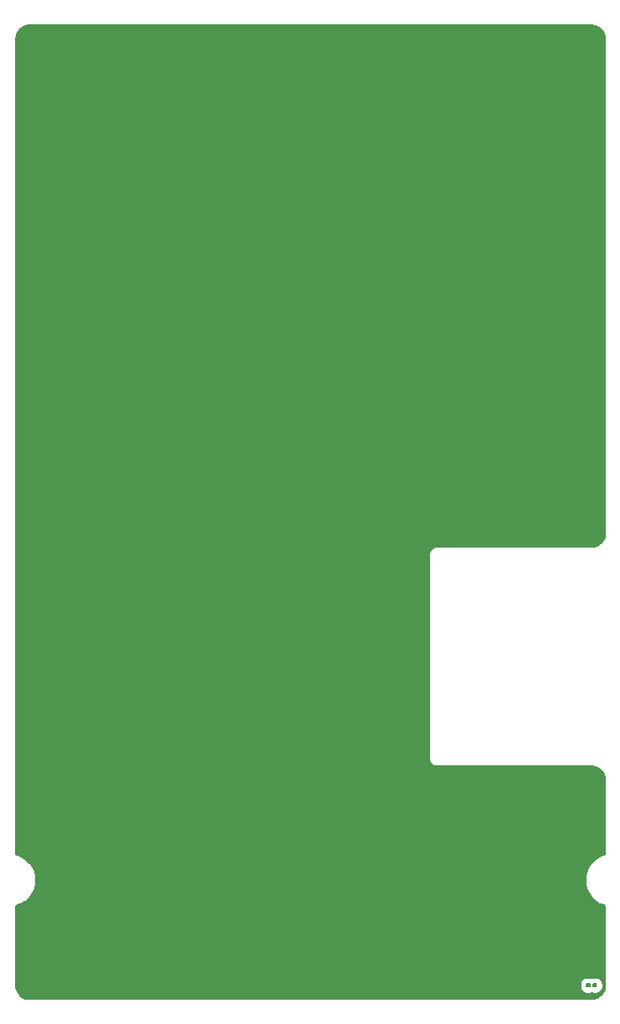
<source format=gbr>
G04 #@! TF.GenerationSoftware,KiCad,Pcbnew,(5.0.2)-1*
G04 #@! TF.CreationDate,2019-04-02T19:39:49-05:00*
G04 #@! TF.ProjectId,MRDTLogo_HalfBooster,4d524454-4c6f-4676-9f5f-48616c66426f,rev?*
G04 #@! TF.SameCoordinates,Original*
G04 #@! TF.FileFunction,Copper,L1,Top*
G04 #@! TF.FilePolarity,Positive*
%FSLAX46Y46*%
G04 Gerber Fmt 4.6, Leading zero omitted, Abs format (unit mm)*
G04 Created by KiCad (PCBNEW (5.0.2)-1) date 4/2/2019 7:39:49 PM*
%MOMM*%
%LPD*%
G01*
G04 APERTURE LIST*
G04 #@! TA.AperFunction,Conductor*
%ADD10C,0.100000*%
G04 #@! TD*
G04 #@! TA.AperFunction,SMDPad,CuDef*
%ADD11C,0.400000*%
G04 #@! TD*
G04 #@! TA.AperFunction,ViaPad*
%ADD12C,0.800000*%
G04 #@! TD*
G04 #@! TA.AperFunction,Conductor*
%ADD13C,0.254000*%
G04 #@! TD*
G04 APERTURE END LIST*
D10*
G04 #@! TO.N,N/C*
G04 #@! TO.C,REF\002A\002A*
G36*
X178767802Y-114608482D02*
X178777509Y-114609921D01*
X178787028Y-114612306D01*
X178796268Y-114615612D01*
X178805140Y-114619808D01*
X178813557Y-114624853D01*
X178821439Y-114630699D01*
X178828711Y-114637289D01*
X178835301Y-114644561D01*
X178841147Y-114652443D01*
X178846192Y-114660860D01*
X178850388Y-114669732D01*
X178853694Y-114678972D01*
X178856079Y-114688491D01*
X178857518Y-114698198D01*
X178858000Y-114708000D01*
X178858000Y-114908000D01*
X178857518Y-114917802D01*
X178856079Y-114927509D01*
X178853694Y-114937028D01*
X178850388Y-114946268D01*
X178846192Y-114955140D01*
X178841147Y-114963557D01*
X178835301Y-114971439D01*
X178828711Y-114978711D01*
X178821439Y-114985301D01*
X178813557Y-114991147D01*
X178805140Y-114996192D01*
X178796268Y-115000388D01*
X178787028Y-115003694D01*
X178777509Y-115006079D01*
X178767802Y-115007518D01*
X178758000Y-115008000D01*
X178498000Y-115008000D01*
X178488198Y-115007518D01*
X178478491Y-115006079D01*
X178468972Y-115003694D01*
X178459732Y-115000388D01*
X178450860Y-114996192D01*
X178442443Y-114991147D01*
X178434561Y-114985301D01*
X178427289Y-114978711D01*
X178420699Y-114971439D01*
X178414853Y-114963557D01*
X178409808Y-114955140D01*
X178405612Y-114946268D01*
X178402306Y-114937028D01*
X178399921Y-114927509D01*
X178398482Y-114917802D01*
X178398000Y-114908000D01*
X178398000Y-114708000D01*
X178398482Y-114698198D01*
X178399921Y-114688491D01*
X178402306Y-114678972D01*
X178405612Y-114669732D01*
X178409808Y-114660860D01*
X178414853Y-114652443D01*
X178420699Y-114644561D01*
X178427289Y-114637289D01*
X178434561Y-114630699D01*
X178442443Y-114624853D01*
X178450860Y-114619808D01*
X178459732Y-114615612D01*
X178468972Y-114612306D01*
X178478491Y-114609921D01*
X178488198Y-114608482D01*
X178498000Y-114608000D01*
X178758000Y-114608000D01*
X178767802Y-114608482D01*
X178767802Y-114608482D01*
G37*
D11*
G04 #@! TD*
G04 #@! TO.P,REF\002A\002A,2*
G04 #@! TO.N,N/C*
X178628000Y-114808000D03*
D10*
G04 #@! TO.N,N/C*
G04 #@! TO.C,REF\002A\002A*
G36*
X178127802Y-114608482D02*
X178137509Y-114609921D01*
X178147028Y-114612306D01*
X178156268Y-114615612D01*
X178165140Y-114619808D01*
X178173557Y-114624853D01*
X178181439Y-114630699D01*
X178188711Y-114637289D01*
X178195301Y-114644561D01*
X178201147Y-114652443D01*
X178206192Y-114660860D01*
X178210388Y-114669732D01*
X178213694Y-114678972D01*
X178216079Y-114688491D01*
X178217518Y-114698198D01*
X178218000Y-114708000D01*
X178218000Y-114908000D01*
X178217518Y-114917802D01*
X178216079Y-114927509D01*
X178213694Y-114937028D01*
X178210388Y-114946268D01*
X178206192Y-114955140D01*
X178201147Y-114963557D01*
X178195301Y-114971439D01*
X178188711Y-114978711D01*
X178181439Y-114985301D01*
X178173557Y-114991147D01*
X178165140Y-114996192D01*
X178156268Y-115000388D01*
X178147028Y-115003694D01*
X178137509Y-115006079D01*
X178127802Y-115007518D01*
X178118000Y-115008000D01*
X177858000Y-115008000D01*
X177848198Y-115007518D01*
X177838491Y-115006079D01*
X177828972Y-115003694D01*
X177819732Y-115000388D01*
X177810860Y-114996192D01*
X177802443Y-114991147D01*
X177794561Y-114985301D01*
X177787289Y-114978711D01*
X177780699Y-114971439D01*
X177774853Y-114963557D01*
X177769808Y-114955140D01*
X177765612Y-114946268D01*
X177762306Y-114937028D01*
X177759921Y-114927509D01*
X177758482Y-114917802D01*
X177758000Y-114908000D01*
X177758000Y-114708000D01*
X177758482Y-114698198D01*
X177759921Y-114688491D01*
X177762306Y-114678972D01*
X177765612Y-114669732D01*
X177769808Y-114660860D01*
X177774853Y-114652443D01*
X177780699Y-114644561D01*
X177787289Y-114637289D01*
X177794561Y-114630699D01*
X177802443Y-114624853D01*
X177810860Y-114619808D01*
X177819732Y-114615612D01*
X177828972Y-114612306D01*
X177838491Y-114609921D01*
X177848198Y-114608482D01*
X177858000Y-114608000D01*
X178118000Y-114608000D01*
X178127802Y-114608482D01*
X178127802Y-114608482D01*
G37*
D11*
G04 #@! TD*
G04 #@! TO.P,REF\002A\002A,1*
G04 #@! TO.N,N/C*
X177988000Y-114808000D03*
D12*
G04 #@! TO.N,Net-(U1-PadGND)*
X123190000Y-88900000D03*
G04 #@! TD*
D13*
G04 #@! TO.N,Net-(U1-PadGND)*
G36*
X178677009Y-17788090D02*
X179016352Y-17942381D01*
X179298752Y-18185712D01*
X179501506Y-18498523D01*
X179615348Y-18879184D01*
X179630001Y-19076363D01*
X179630000Y-69037419D01*
X179569910Y-69457009D01*
X179415619Y-69796352D01*
X179172288Y-70078752D01*
X178859479Y-70281506D01*
X178478815Y-70395348D01*
X178281649Y-70410000D01*
X162629926Y-70410000D01*
X162560000Y-70396091D01*
X162490075Y-70410000D01*
X162490074Y-70410000D01*
X162282972Y-70451195D01*
X162048119Y-70608119D01*
X161891195Y-70842972D01*
X161836091Y-71120000D01*
X161850001Y-71189931D01*
X161850000Y-91878074D01*
X161836091Y-91948000D01*
X161891195Y-92225028D01*
X162048119Y-92459881D01*
X162282972Y-92616805D01*
X162442571Y-92648551D01*
X162560000Y-92671909D01*
X162629925Y-92658000D01*
X178257419Y-92658000D01*
X178677009Y-92718090D01*
X179016352Y-92872381D01*
X179298752Y-93115712D01*
X179501506Y-93428523D01*
X179615348Y-93809184D01*
X179630001Y-94006363D01*
X179630000Y-101497281D01*
X179544491Y-101523423D01*
X179452033Y-101550460D01*
X179444159Y-101554098D01*
X178922644Y-101798948D01*
X178842075Y-101851872D01*
X178760927Y-101903768D01*
X178754390Y-101909470D01*
X178322558Y-102290851D01*
X178260096Y-102364244D01*
X178196760Y-102436847D01*
X178192087Y-102444154D01*
X177884654Y-102931407D01*
X177845298Y-103019387D01*
X177804889Y-103106840D01*
X177802457Y-103115160D01*
X177802454Y-103115166D01*
X177802453Y-103115173D01*
X177644134Y-103669118D01*
X177631056Y-103764586D01*
X177616813Y-103859890D01*
X177616813Y-103868564D01*
X177620333Y-104444687D01*
X177634588Y-104540068D01*
X177647654Y-104635455D01*
X177650088Y-104643781D01*
X177815164Y-105195758D01*
X177855591Y-105283250D01*
X177894930Y-105371194D01*
X177899603Y-105378501D01*
X178212966Y-105861961D01*
X178276328Y-105934594D01*
X178338763Y-106007955D01*
X178345296Y-106013654D01*
X178345300Y-106013658D01*
X178345305Y-106013661D01*
X178781759Y-106389734D01*
X178862942Y-106441653D01*
X178943475Y-106494554D01*
X178951346Y-106498190D01*
X178951349Y-106498192D01*
X178951352Y-106498193D01*
X179475817Y-106736653D01*
X179568309Y-106763700D01*
X179630001Y-106782561D01*
X179630000Y-114757418D01*
X179569910Y-115177009D01*
X179415619Y-115516352D01*
X179172288Y-115798752D01*
X178859479Y-116001506D01*
X178478815Y-116115348D01*
X178281649Y-116130000D01*
X121462581Y-116130000D01*
X121042991Y-116069910D01*
X120703648Y-115915619D01*
X120421248Y-115672288D01*
X120218494Y-115359479D01*
X120104652Y-114978815D01*
X120090000Y-114781649D01*
X120090000Y-114708000D01*
X177110560Y-114708000D01*
X177110560Y-114908000D01*
X177167455Y-115194033D01*
X177329480Y-115436520D01*
X177571967Y-115598545D01*
X177858000Y-115655440D01*
X178118000Y-115655440D01*
X178308000Y-115617647D01*
X178498000Y-115655440D01*
X178758000Y-115655440D01*
X179044033Y-115598545D01*
X179286520Y-115436520D01*
X179448545Y-115194033D01*
X179505440Y-114908000D01*
X179505440Y-114708000D01*
X179448545Y-114421967D01*
X179286520Y-114179480D01*
X179044033Y-114017455D01*
X178758000Y-113960560D01*
X178498000Y-113960560D01*
X178308000Y-113998353D01*
X178118000Y-113960560D01*
X177858000Y-113960560D01*
X177571967Y-114017455D01*
X177329480Y-114179480D01*
X177167455Y-114421967D01*
X177110560Y-114708000D01*
X120090000Y-114708000D01*
X120090000Y-106782719D01*
X120175509Y-106756577D01*
X120267967Y-106729540D01*
X120275841Y-106725902D01*
X120797356Y-106481052D01*
X120877925Y-106428128D01*
X120959073Y-106376232D01*
X120965610Y-106370530D01*
X121397442Y-105989149D01*
X121459887Y-105915776D01*
X121523240Y-105843153D01*
X121527913Y-105835846D01*
X121835346Y-105348593D01*
X121874687Y-105260645D01*
X121915111Y-105173160D01*
X121917545Y-105164835D01*
X122075866Y-104610882D01*
X122088943Y-104515421D01*
X122103187Y-104420111D01*
X122103187Y-104411436D01*
X122099667Y-103835313D01*
X122085414Y-103739943D01*
X122072346Y-103644544D01*
X122069912Y-103636219D01*
X121904836Y-103084241D01*
X121864418Y-102996769D01*
X121825071Y-102908806D01*
X121820397Y-102901499D01*
X121507034Y-102418040D01*
X121443707Y-102345447D01*
X121381237Y-102272045D01*
X121374700Y-102266343D01*
X120938241Y-101890266D01*
X120857058Y-101838347D01*
X120776525Y-101785446D01*
X120768654Y-101781810D01*
X120768651Y-101781808D01*
X120768648Y-101781807D01*
X120244183Y-101543347D01*
X120151691Y-101516300D01*
X120090000Y-101497439D01*
X120090000Y-19100581D01*
X120150090Y-18680991D01*
X120304381Y-18341648D01*
X120547712Y-18059248D01*
X120860523Y-17856494D01*
X121241184Y-17742652D01*
X121438350Y-17728000D01*
X178257419Y-17728000D01*
X178677009Y-17788090D01*
X178677009Y-17788090D01*
G37*
X178677009Y-17788090D02*
X179016352Y-17942381D01*
X179298752Y-18185712D01*
X179501506Y-18498523D01*
X179615348Y-18879184D01*
X179630001Y-19076363D01*
X179630000Y-69037419D01*
X179569910Y-69457009D01*
X179415619Y-69796352D01*
X179172288Y-70078752D01*
X178859479Y-70281506D01*
X178478815Y-70395348D01*
X178281649Y-70410000D01*
X162629926Y-70410000D01*
X162560000Y-70396091D01*
X162490075Y-70410000D01*
X162490074Y-70410000D01*
X162282972Y-70451195D01*
X162048119Y-70608119D01*
X161891195Y-70842972D01*
X161836091Y-71120000D01*
X161850001Y-71189931D01*
X161850000Y-91878074D01*
X161836091Y-91948000D01*
X161891195Y-92225028D01*
X162048119Y-92459881D01*
X162282972Y-92616805D01*
X162442571Y-92648551D01*
X162560000Y-92671909D01*
X162629925Y-92658000D01*
X178257419Y-92658000D01*
X178677009Y-92718090D01*
X179016352Y-92872381D01*
X179298752Y-93115712D01*
X179501506Y-93428523D01*
X179615348Y-93809184D01*
X179630001Y-94006363D01*
X179630000Y-101497281D01*
X179544491Y-101523423D01*
X179452033Y-101550460D01*
X179444159Y-101554098D01*
X178922644Y-101798948D01*
X178842075Y-101851872D01*
X178760927Y-101903768D01*
X178754390Y-101909470D01*
X178322558Y-102290851D01*
X178260096Y-102364244D01*
X178196760Y-102436847D01*
X178192087Y-102444154D01*
X177884654Y-102931407D01*
X177845298Y-103019387D01*
X177804889Y-103106840D01*
X177802457Y-103115160D01*
X177802454Y-103115166D01*
X177802453Y-103115173D01*
X177644134Y-103669118D01*
X177631056Y-103764586D01*
X177616813Y-103859890D01*
X177616813Y-103868564D01*
X177620333Y-104444687D01*
X177634588Y-104540068D01*
X177647654Y-104635455D01*
X177650088Y-104643781D01*
X177815164Y-105195758D01*
X177855591Y-105283250D01*
X177894930Y-105371194D01*
X177899603Y-105378501D01*
X178212966Y-105861961D01*
X178276328Y-105934594D01*
X178338763Y-106007955D01*
X178345296Y-106013654D01*
X178345300Y-106013658D01*
X178345305Y-106013661D01*
X178781759Y-106389734D01*
X178862942Y-106441653D01*
X178943475Y-106494554D01*
X178951346Y-106498190D01*
X178951349Y-106498192D01*
X178951352Y-106498193D01*
X179475817Y-106736653D01*
X179568309Y-106763700D01*
X179630001Y-106782561D01*
X179630000Y-114757418D01*
X179569910Y-115177009D01*
X179415619Y-115516352D01*
X179172288Y-115798752D01*
X178859479Y-116001506D01*
X178478815Y-116115348D01*
X178281649Y-116130000D01*
X121462581Y-116130000D01*
X121042991Y-116069910D01*
X120703648Y-115915619D01*
X120421248Y-115672288D01*
X120218494Y-115359479D01*
X120104652Y-114978815D01*
X120090000Y-114781649D01*
X120090000Y-114708000D01*
X177110560Y-114708000D01*
X177110560Y-114908000D01*
X177167455Y-115194033D01*
X177329480Y-115436520D01*
X177571967Y-115598545D01*
X177858000Y-115655440D01*
X178118000Y-115655440D01*
X178308000Y-115617647D01*
X178498000Y-115655440D01*
X178758000Y-115655440D01*
X179044033Y-115598545D01*
X179286520Y-115436520D01*
X179448545Y-115194033D01*
X179505440Y-114908000D01*
X179505440Y-114708000D01*
X179448545Y-114421967D01*
X179286520Y-114179480D01*
X179044033Y-114017455D01*
X178758000Y-113960560D01*
X178498000Y-113960560D01*
X178308000Y-113998353D01*
X178118000Y-113960560D01*
X177858000Y-113960560D01*
X177571967Y-114017455D01*
X177329480Y-114179480D01*
X177167455Y-114421967D01*
X177110560Y-114708000D01*
X120090000Y-114708000D01*
X120090000Y-106782719D01*
X120175509Y-106756577D01*
X120267967Y-106729540D01*
X120275841Y-106725902D01*
X120797356Y-106481052D01*
X120877925Y-106428128D01*
X120959073Y-106376232D01*
X120965610Y-106370530D01*
X121397442Y-105989149D01*
X121459887Y-105915776D01*
X121523240Y-105843153D01*
X121527913Y-105835846D01*
X121835346Y-105348593D01*
X121874687Y-105260645D01*
X121915111Y-105173160D01*
X121917545Y-105164835D01*
X122075866Y-104610882D01*
X122088943Y-104515421D01*
X122103187Y-104420111D01*
X122103187Y-104411436D01*
X122099667Y-103835313D01*
X122085414Y-103739943D01*
X122072346Y-103644544D01*
X122069912Y-103636219D01*
X121904836Y-103084241D01*
X121864418Y-102996769D01*
X121825071Y-102908806D01*
X121820397Y-102901499D01*
X121507034Y-102418040D01*
X121443707Y-102345447D01*
X121381237Y-102272045D01*
X121374700Y-102266343D01*
X120938241Y-101890266D01*
X120857058Y-101838347D01*
X120776525Y-101785446D01*
X120768654Y-101781810D01*
X120768651Y-101781808D01*
X120768648Y-101781807D01*
X120244183Y-101543347D01*
X120151691Y-101516300D01*
X120090000Y-101497439D01*
X120090000Y-19100581D01*
X120150090Y-18680991D01*
X120304381Y-18341648D01*
X120547712Y-18059248D01*
X120860523Y-17856494D01*
X121241184Y-17742652D01*
X121438350Y-17728000D01*
X178257419Y-17728000D01*
X178677009Y-17788090D01*
G04 #@! TD*
M02*

</source>
